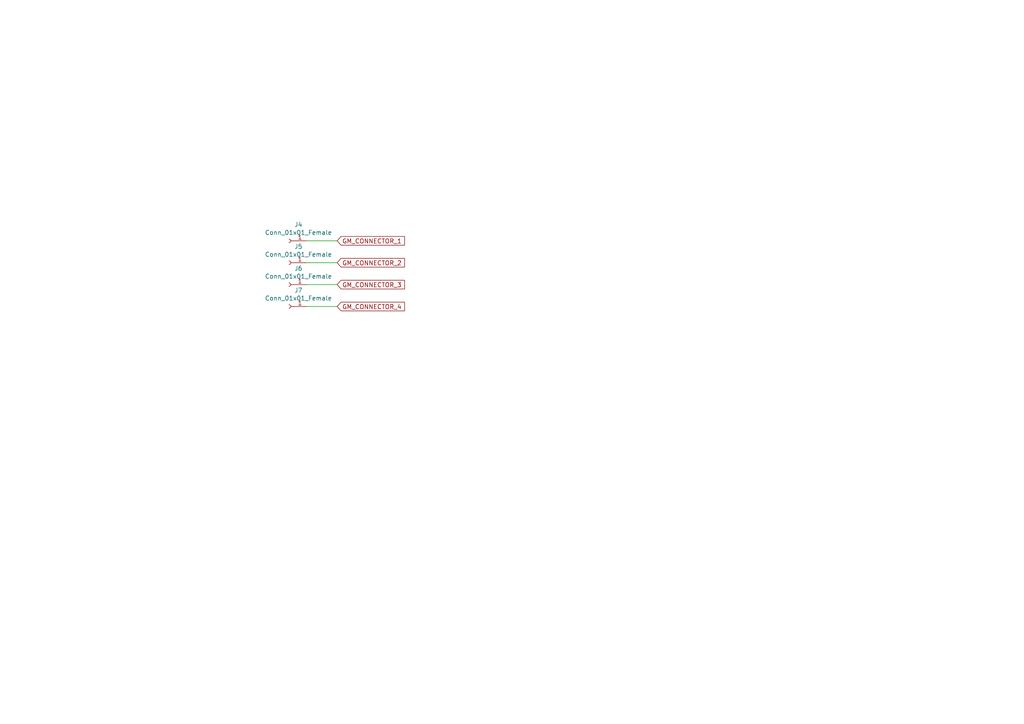
<source format=kicad_sch>
(kicad_sch (version 20210621) (generator eeschema)
  (paper "A4")
  (lib_symbols
    (symbol "Connector:Conn_01x01_Female" (pin_names (offset 1.016) hide)
      (property "Reference" "J" (at 0 2.54 0))
      (property "Value" "Conn_01x01_Female" (at 0 -2.54 0))
      (symbol "Conn_01x01_Female_1_1"
        (arc (start 0 0.508) (end 0 -0.508) (radius (at 0 0) (length 0.508) (angles 90.1 -90.1)) (stroke (width 0.1524)))
        (polyline (pts (xy -1.27 0) (xy -0.508 0)) (stroke (width 0.1524)))
        (pin passive line (at -5.08 0 0) (length 3.81) (name "Pin_1") (number "1"))
      )
    )
  )
  (wire (pts (xy 88.9 69.85) (xy 97.79 69.85)))
  (wire (pts (xy 88.9 76.2) (xy 97.79 76.2)))
  (wire (pts (xy 88.9 82.55) (xy 97.79 82.55)))
  (wire (pts (xy 88.9 88.9) (xy 97.79 88.9)))
  (global_label "GM_CONNECTOR_1" (shape input) (at 97.79 69.85 0) (property "Intersheet References" "${INTERSHEET_REFS}" (effects hide)))
  (global_label "GM_CONNECTOR_2" (shape input) (at 97.79 76.2 0) (property "Intersheet References" "${INTERSHEET_REFS}" (effects hide)))
  (global_label "GM_CONNECTOR_3" (shape input) (at 97.79 82.55 0) (property "Intersheet References" "${INTERSHEET_REFS}" (effects hide)))
  (global_label "GM_CONNECTOR_4" (shape input) (at 97.79 88.9 0) (property "Intersheet References" "${INTERSHEET_REFS}" (effects hide)))
  (symbol (lib_id "Connector:Conn_01x01_Female") (at 83.82 69.85 0) (mirror y) (unit 1)
    (property "Reference" "J4" (at 86.5632 65.151 0))
    (property "Value" "Conn_01x01_Female" (at 86.5632 67.4624 0))
    (property "Footprint" "CosmicRayDetector:GeigerTube" (effects hide))
  )
  (symbol (lib_id "Connector:Conn_01x01_Female") (at 83.82 76.2 0) (mirror y) (unit 1)
    (property "Reference" "J5" (at 86.5632 71.501 0))
    (property "Value" "Conn_01x01_Female" (at 86.5632 73.8124 0))
    (property "Footprint" "CosmicRayDetector:GeigerTube" (effects hide))
  )
  (symbol (lib_id "Connector:Conn_01x01_Female") (at 83.82 82.55 0) (mirror y) (unit 1)
    (property "Reference" "J6" (at 86.5632 77.851 0))
    (property "Value" "Conn_01x01_Female" (at 86.5632 80.1624 0))
    (property "Footprint" "CosmicRayDetector:GeigerTube" (effects hide))
  )
  (symbol (lib_id "Connector:Conn_01x01_Female") (at 83.82 88.9 0) (mirror y) (unit 1)
    (property "Reference" "J7" (at 86.5632 84.201 0))
    (property "Value" "Conn_01x01_Female" (at 86.5632 86.5124 0))
    (property "Footprint" "CosmicRayDetector:GeigerTube" (effects hide))
  )
)
</source>
